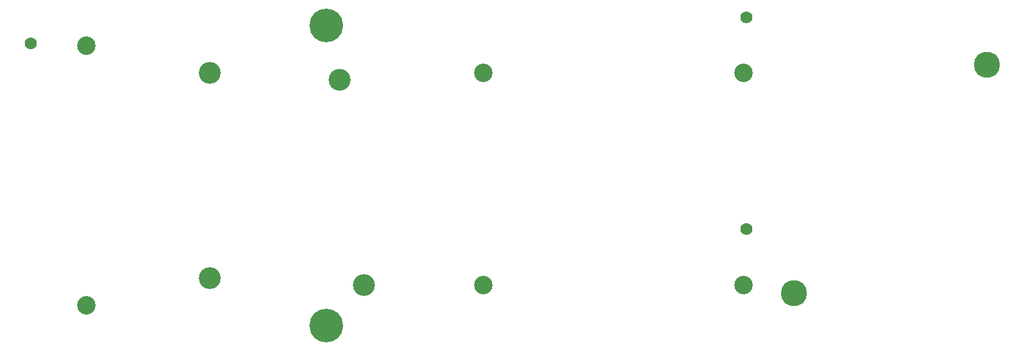
<source format=gbs>
G75*
G70*
%OFA0B0*%
%FSLAX24Y24*%
%IPPOS*%
%LPD*%
%AMOC8*
5,1,8,0,0,1.08239X$1,22.5*
%
%ADD10C,0.1064*%
%ADD11C,0.0700*%
%ADD12C,0.1504*%
%ADD13C,0.1937*%
%ADD14C,0.1261*%
D10*
X004093Y010782D03*
X026928Y011963D03*
X041889Y011963D03*
X041889Y024168D03*
X026928Y024168D03*
X004093Y025743D03*
D11*
X000865Y025900D03*
X042046Y027397D03*
X042046Y015192D03*
D12*
X044763Y011491D03*
X055865Y024641D03*
D13*
X017873Y026924D03*
X017873Y009601D03*
D14*
X020038Y011963D03*
X011180Y012357D03*
X018660Y023774D03*
X011180Y024168D03*
M02*

</source>
